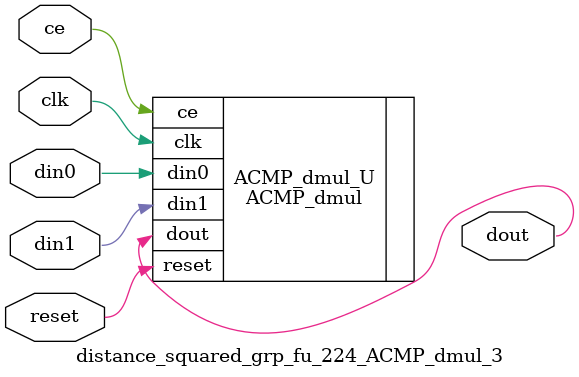
<source format=v>

`timescale 1 ns / 1 ps
module distance_squared_grp_fu_224_ACMP_dmul_3(
    clk,
    reset,
    ce,
    din0,
    din1,
    dout);

parameter ID = 32'd1;
parameter NUM_STAGE = 32'd1;
parameter din0_WIDTH = 32'd1;
parameter din1_WIDTH = 32'd1;
parameter dout_WIDTH = 32'd1;
input clk;
input reset;
input ce;
input[din0_WIDTH - 1:0] din0;
input[din1_WIDTH - 1:0] din1;
output[dout_WIDTH - 1:0] dout;



ACMP_dmul #(
.ID( ID ),
.NUM_STAGE( 5 ),
.din0_WIDTH( din0_WIDTH ),
.din1_WIDTH( din1_WIDTH ),
.dout_WIDTH( dout_WIDTH ))
ACMP_dmul_U(
    .clk( clk ),
    .reset( reset ),
    .ce( ce ),
    .din0( din0 ),
    .din1( din1 ),
    .dout( dout ));

endmodule

</source>
